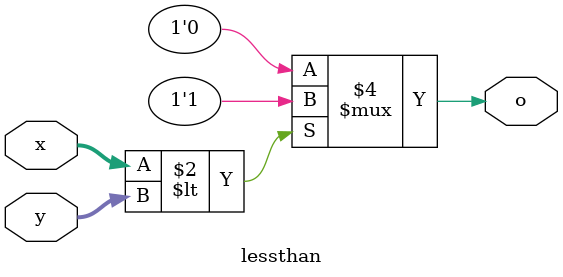
<source format=v>
module lessthan(x,y,o);
	input [3:0] x;
	input [3:0] y;
	output reg o;
	always @(x,y) begin
		o = 0;
		if(x < y) begin
			o = 1;
			end
		end
endmodule 
</source>
